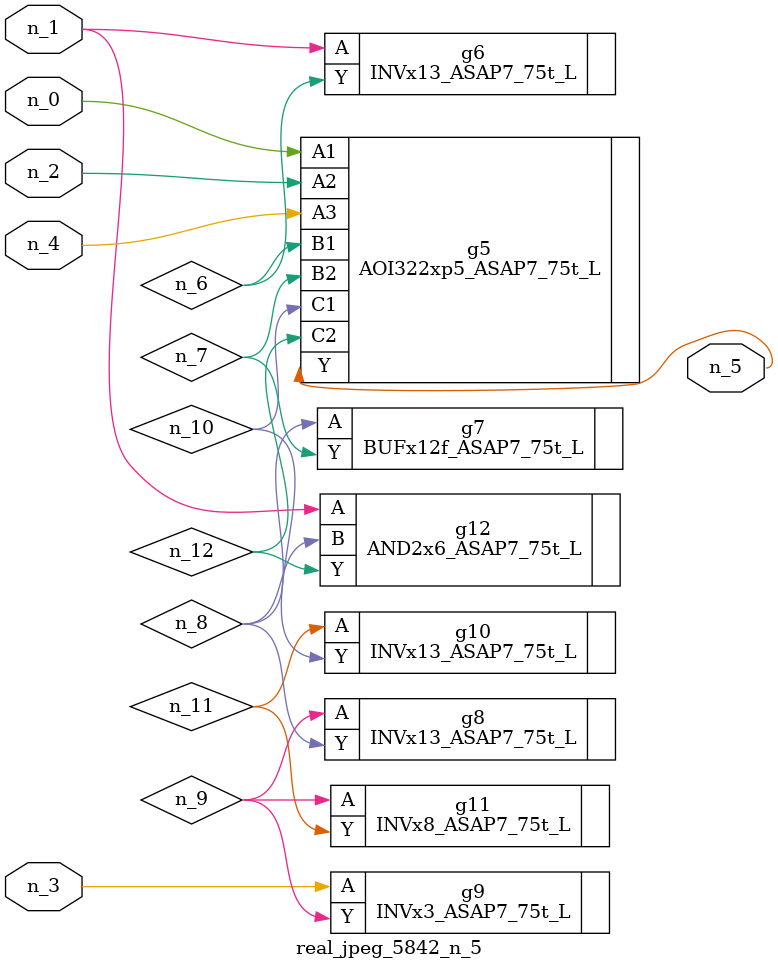
<source format=v>
module real_jpeg_5842_n_5 (n_4, n_0, n_1, n_2, n_3, n_5);

input n_4;
input n_0;
input n_1;
input n_2;
input n_3;

output n_5;

wire n_12;
wire n_8;
wire n_11;
wire n_6;
wire n_7;
wire n_10;
wire n_9;

AOI322xp5_ASAP7_75t_L g5 ( 
.A1(n_0),
.A2(n_2),
.A3(n_4),
.B1(n_6),
.B2(n_7),
.C1(n_10),
.C2(n_12),
.Y(n_5)
);

INVx13_ASAP7_75t_L g6 ( 
.A(n_1),
.Y(n_6)
);

AND2x6_ASAP7_75t_L g12 ( 
.A(n_1),
.B(n_8),
.Y(n_12)
);

INVx3_ASAP7_75t_L g9 ( 
.A(n_3),
.Y(n_9)
);

BUFx12f_ASAP7_75t_L g7 ( 
.A(n_8),
.Y(n_7)
);

INVx13_ASAP7_75t_L g8 ( 
.A(n_9),
.Y(n_8)
);

INVx8_ASAP7_75t_L g11 ( 
.A(n_9),
.Y(n_11)
);

INVx13_ASAP7_75t_L g10 ( 
.A(n_11),
.Y(n_10)
);


endmodule
</source>
